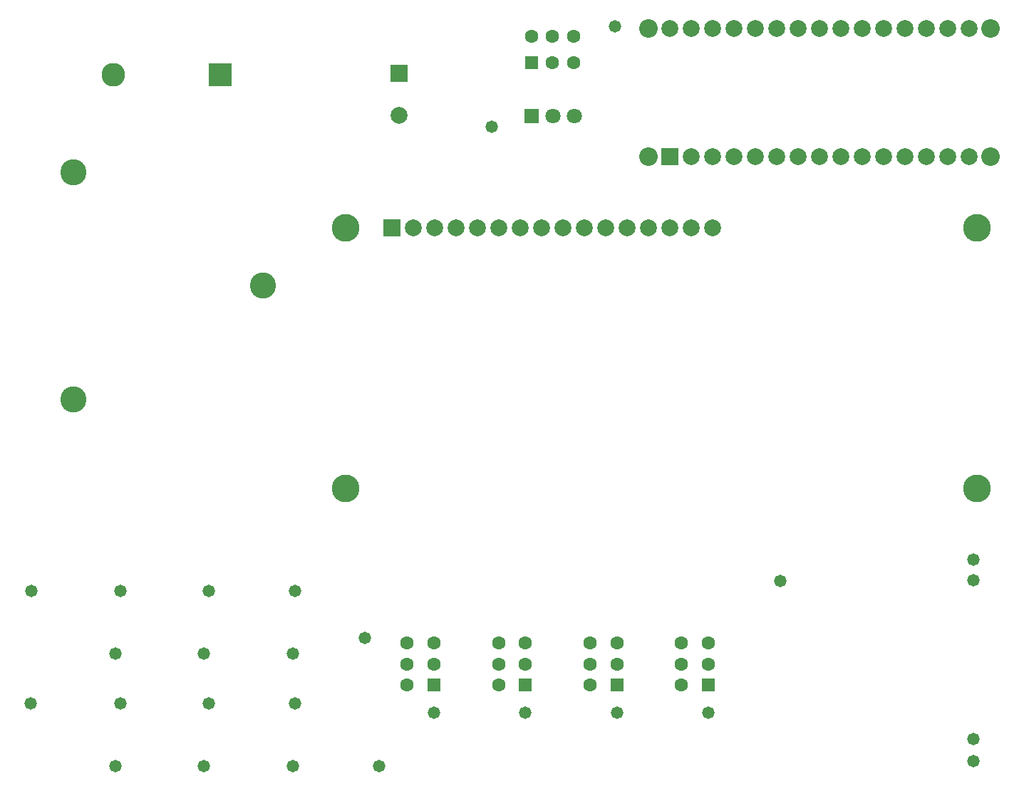
<source format=gbs>
G04*
G04 #@! TF.GenerationSoftware,Altium Limited,Altium Designer,19.1.9 (167)*
G04*
G04 Layer_Color=16711935*
%FSLAX24Y24*%
%MOIN*%
G70*
G01*
G75*
%ADD27C,0.0631*%
%ADD28R,0.0631X0.0631*%
%ADD29R,0.0631X0.0631*%
%ADD30R,0.1104X0.1104*%
%ADD31C,0.1104*%
%ADD32C,0.1222*%
%ADD33C,0.0867*%
%ADD34R,0.0789X0.0789*%
%ADD35C,0.0789*%
%ADD36C,0.1300*%
%ADD37R,0.0710X0.0710*%
%ADD38C,0.0710*%
%ADD39C,0.0580*%
D27*
X25197Y34409D02*
D03*
X26181D02*
D03*
X24213Y35669D02*
D03*
X25197D02*
D03*
X26181D02*
D03*
X32480Y6260D02*
D03*
Y7244D02*
D03*
X31220Y5276D02*
D03*
Y6260D02*
D03*
Y7244D02*
D03*
X28228Y6260D02*
D03*
Y7244D02*
D03*
X26969Y5276D02*
D03*
Y6260D02*
D03*
Y7244D02*
D03*
X23937Y6260D02*
D03*
Y7244D02*
D03*
X22677Y5276D02*
D03*
Y6260D02*
D03*
Y7244D02*
D03*
X19646Y6260D02*
D03*
Y7244D02*
D03*
X18386Y5276D02*
D03*
Y6260D02*
D03*
Y7244D02*
D03*
D28*
X24213Y34409D02*
D03*
D29*
X32480Y5276D02*
D03*
X28228D02*
D03*
X23937D02*
D03*
X19646D02*
D03*
D30*
X9646Y33858D02*
D03*
D31*
X4646D02*
D03*
D32*
X2780Y29291D02*
D03*
Y18673D02*
D03*
X11650Y23980D02*
D03*
D33*
X29701Y30039D02*
D03*
X45701D02*
D03*
Y36039D02*
D03*
X29701D02*
D03*
D34*
X30701Y30039D02*
D03*
X17693Y26693D02*
D03*
X18032Y33937D02*
D03*
D35*
X31701Y30039D02*
D03*
X32701D02*
D03*
X33701D02*
D03*
X34701D02*
D03*
X35701D02*
D03*
X36701D02*
D03*
X37701D02*
D03*
X38701D02*
D03*
X39701D02*
D03*
X40701D02*
D03*
X41701D02*
D03*
X42701D02*
D03*
X43701D02*
D03*
X44701D02*
D03*
Y36039D02*
D03*
X43701D02*
D03*
X42701D02*
D03*
X41701D02*
D03*
X40701D02*
D03*
X39701D02*
D03*
X38701D02*
D03*
X37701D02*
D03*
X36701D02*
D03*
X35701D02*
D03*
X34701D02*
D03*
X33701D02*
D03*
X32701D02*
D03*
X31701D02*
D03*
X30701D02*
D03*
X32693Y26693D02*
D03*
X31693D02*
D03*
X30693D02*
D03*
X29693D02*
D03*
X28693D02*
D03*
X27693D02*
D03*
X26693D02*
D03*
X25693D02*
D03*
X24693D02*
D03*
X23693D02*
D03*
X22693D02*
D03*
X21693D02*
D03*
X20693D02*
D03*
X19693D02*
D03*
X18693D02*
D03*
X18032Y31969D02*
D03*
D36*
X45055Y14488D02*
D03*
Y26693D02*
D03*
X15528Y14488D02*
D03*
Y26693D02*
D03*
D37*
X24209Y31929D02*
D03*
D38*
X25209D02*
D03*
X26209D02*
D03*
D39*
X4764Y6772D02*
D03*
X28110Y36122D02*
D03*
X35866Y10157D02*
D03*
X22362Y31417D02*
D03*
X32480Y3976D02*
D03*
X23937D02*
D03*
X827Y9685D02*
D03*
X5000D02*
D03*
X9134D02*
D03*
X8898Y6772D02*
D03*
X13071D02*
D03*
X13150Y4409D02*
D03*
X9134D02*
D03*
X5000D02*
D03*
X787D02*
D03*
X4764Y1496D02*
D03*
X8898D02*
D03*
X13071D02*
D03*
X17087D02*
D03*
X44882Y10197D02*
D03*
Y2756D02*
D03*
X19646Y3976D02*
D03*
X28228D02*
D03*
X16417Y7480D02*
D03*
X13150Y9685D02*
D03*
X44882Y11142D02*
D03*
Y1732D02*
D03*
M02*

</source>
